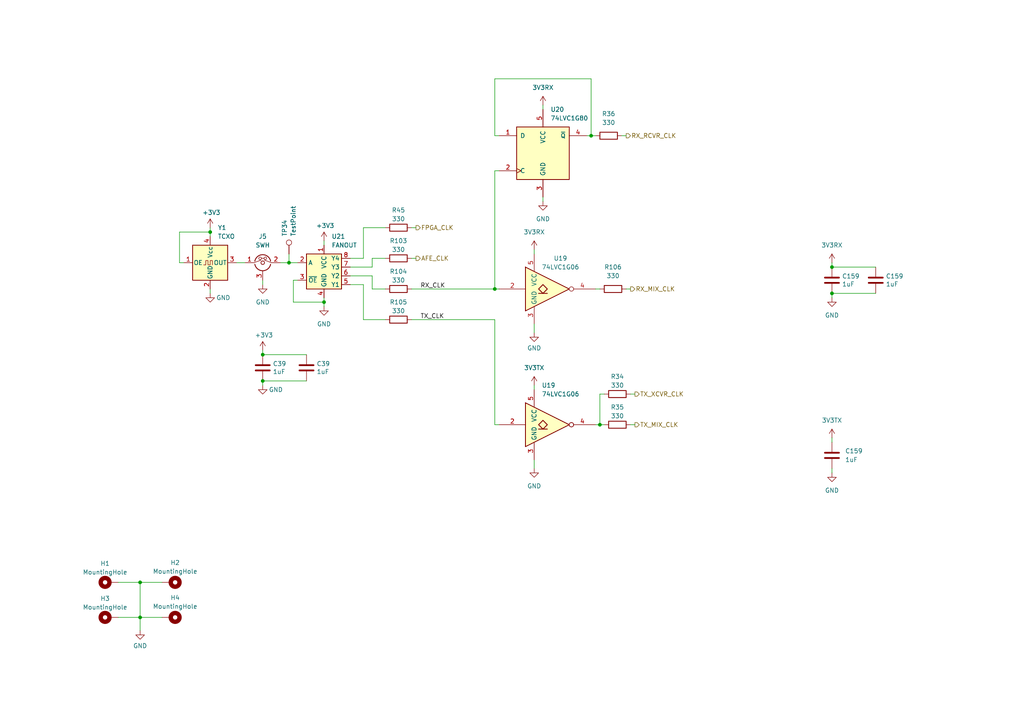
<source format=kicad_sch>
(kicad_sch (version 20230121) (generator eeschema)
  (paper "A4")
  (title_block (title "URTI Mainboard") (date "${DATE}") (rev "${VERSION}") (company "Copyright 2023 Great Scott Gadgets") (comment 1 "Licensed under the CERN-OHL-P v2"))
  (lib_symbols
    (symbol "74xGxx:74AUP1G80" (pin_names (offset 1.016))
      (property "Reference" "U" (at -2.54 5.08 0))
      (property "Value" "74AUP1G80" (at 0 -5.08 0))
      (symbol "74AUP1G80_0_1"
        (rectangle (start -7.62 7.62) (end 7.62 -7.62) (stroke (width 0.254)) (fill (type background)))
      )
      (symbol "74AUP1G80_1_1"
        (pin input line (at -12.7 5.08 0) (length 5.08) (name "D") (number "1"))
        (pin input clock (at -12.7 -5.08 0) (length 5.08) (name "C") (number "2"))
        (pin power_in line (at 0 -12.7 90) (length 5.08) (name "GND") (number "3"))
        (pin output line (at 12.7 5.08 180) (length 5.08) (name "~{Q}") (number "4"))
        (pin power_in line (at 0 12.7 270) (length 5.08) (name "VCC") (number "5"))
      )
    )
    (symbol "74xGxx:74LVC1G06"
      (property "Reference" "U" (at 0 7.62 0))
      (property "Value" "74LVC1G06" (at 2.54 -7.62 0))
      (symbol "74LVC1G06_0_1"
        (polyline (pts (xy -3.81 -1.27) (xy -1.27 -1.27)) (stroke (width 0.254)) (fill (type background)))
        (polyline (pts (xy -7.62 6.35) (xy -7.62 -6.35) (xy 5.08 0) (xy -7.62 6.35)) (stroke (width 0.254)) (fill (type background)))
        (polyline (pts (xy -2.54 1.27) (xy -3.81 0) (xy -2.54 -1.27) (xy -1.27 0) (xy -2.54 1.27)) (stroke (width 0.254)) (fill (type background)))
      )
      (symbol "74LVC1G06_1_1"
        (pin input line (at -15.24 0 0) (length 7.62) (name "~") (number "2"))
        (pin power_in line (at -5.08 -10.16 90) (length 5.08) (name "GND") (number "3"))
        (pin open_collector inverted (at 12.7 0 180) (length 7.62) (name "~") (number "4"))
        (pin power_in line (at -5.08 10.16 270) (length 5.08) (name "VCC") (number "5"))
      )
    )
    (symbol "Connector:TestPoint" (pin_numbers hide) (pin_names (offset 0.762) hide)
      (property "Reference" "TP" (at 0 6.858 0))
      (property "Value" "TestPoint" (at 0 5.08 0))
      (symbol "TestPoint_0_1"
        (circle (center 0 3.302) (radius 0.762))
      )
      (symbol "TestPoint_1_1"
        (pin passive line (at 0 0 90) (length 2.54) (name "1") (number "1"))
      )
    )
    (symbol "Device:C" (pin_numbers hide) (pin_names (offset 0.254))
      (property "Reference" "C" (at 0.635 2.54 0))
      (property "Value" "C" (at 0.635 -2.54 0))
      (symbol "C_0_1"
        (polyline (pts (xy -2.032 -0.762) (xy 2.032 -0.762)) (stroke (width 0.508)))
        (polyline (pts (xy -2.032 0.762) (xy 2.032 0.762)) (stroke (width 0.508)))
      )
      (symbol "C_1_1"
        (pin passive line (at 0 3.81 270) (length 2.794) (name "~") (number "1"))
        (pin passive line (at 0 -3.81 90) (length 2.794) (name "~") (number "2"))
      )
    )
    (symbol "Device:R" (pin_numbers hide) (pin_names (offset 0))
      (property "Reference" "R" (at 2.032 0 90))
      (property "Value" "R" (at 0 0 90))
      (symbol "R_0_1"
        (rectangle (start -1.016 -2.54) (end 1.016 2.54) (stroke (width 0.254)))
      )
      (symbol "R_1_1"
        (pin passive line (at 0 3.81 270) (length 1.27) (name "~") (number "1"))
        (pin passive line (at 0 -3.81 90) (length 1.27) (name "~") (number "2"))
      )
    )
    (symbol "GND_2" (power) (pin_names (offset 0))
      (property "Value" "GND_2" (at 0 -3.81 0))
      (symbol "GND_2_0_1"
        (polyline (pts (xy 0 0) (xy 0 -1.27) (xy 1.27 -1.27) (xy 0 -2.54) (xy -1.27 -1.27) (xy 0 -1.27)))
      )
      (symbol "GND_2_1_1"
        (pin power_in line (at 0 0 270) (length 0) hide (name "GND") (number "1"))
      )
    )
    (symbol "Mechanical:MountingHole_Pad" (pin_numbers hide) (pin_names (offset 1.016) hide)
      (property "Reference" "H" (at 0 6.35 0))
      (property "Value" "MountingHole_Pad" (at 0 4.445 0))
      (symbol "MountingHole_Pad_0_1"
        (circle (center 0 1.27) (radius 1.27) (stroke (width 1.27)))
      )
      (symbol "MountingHole_Pad_1_1"
        (pin input line (at 0 -2.54 90) (length 2.54) (name "1") (number "1"))
      )
    )
    (symbol "Oscillator:SG-210SCD" (pin_names (offset 0.254))
      (property "Reference" "X" (at -5.08 6.35 0))
      (property "Value" "SG-210SCD" (at 1.27 -6.35 0))
      (symbol "SG-210SCD_0_1"
        (rectangle (start -5.08 5.08) (end 5.08 -5.08) (stroke (width 0.254)) (fill (type background)))
        (polyline (pts (xy -1.905 -0.635) (xy -1.27 -0.635) (xy -1.27 0.635) (xy -0.635 0.635) (xy -0.635 -0.635) (xy 0 -0.635) (xy 0 0.635) (xy 0.635 0.635) (xy 0.635 -0.635)))
      )
      (symbol "SG-210SCD_1_1"
        (pin input line (at -7.62 0 0) (length 2.54) (name "OE") (number "1"))
        (pin power_in line (at 0 -7.62 90) (length 2.54) (name "GND") (number "2"))
        (pin output line (at 7.62 0 180) (length 2.54) (name "OUT") (number "3"))
        (pin power_in line (at 0 7.62 270) (length 2.54) (name "Vcc") (number "4"))
      )
    )
    (symbol "power:+3V3" (power) (pin_names (offset 0))
      (property "Value" "+3V3" (at 0 3.556 0))
      (symbol "+3V3_0_1"
        (polyline (pts (xy -0.762 1.27) (xy 0 2.54)))
        (polyline (pts (xy 0 0) (xy 0 2.54)))
        (polyline (pts (xy 0 2.54) (xy 0.762 1.27)))
      )
      (symbol "+3V3_1_1"
        (pin power_in line (at 0 0 90) (length 0) hide (name "+3V3") (number "1"))
      )
    )
    (symbol "power:GND" (power) (pin_names (offset 0))
      (property "Value" "GND" (at 0 -3.81 0))
      (symbol "GND_0_1"
        (polyline (pts (xy 0 0) (xy 0 -1.27) (xy 1.27 -1.27) (xy 0 -2.54) (xy -1.27 -1.27) (xy 0 -1.27)))
      )
      (symbol "GND_1_1"
        (pin power_in line (at 0 0 270) (length 0) hide (name "GND") (number "1"))
      )
    )
    (symbol "radio:Conn_Coaxial_MM8930-2620" (pin_names (offset 1.016) hide)
      (property "Reference" "J" (at 0 6.35 0))
      (property "Value" "Conn_Coaxial_MM8930-2620" (at 0 3.81 0))
      (symbol "Conn_Coaxial_MM8930-2620_0_1"
        (arc (start -2.286 -0.4572) (mid 0 -2.3239) (end 2.286 -0.4572) (stroke (width 0.254)))
        (circle (center -0.762 1.27) (radius 0.381))
        (polyline (pts (xy -2.54 0) (xy -0.508 0.762)))
        (polyline (pts (xy -0.3556 1.27) (xy 0.3556 1.27)))
        (polyline (pts (xy 0 -2.54) (xy 0 -2.3368)))
        (polyline (pts (xy 2.54 0) (xy 0.508 0.762)))
        (circle (center 0 0) (radius 0.508) (stroke (width 0.2032)))
        (circle (center 0.762 1.27) (radius 0.381))
        (arc (start 2.286 0.4572) (mid 0 2.3307) (end -2.286 0.4572) (stroke (width 0.254)))
      )
      (symbol "Conn_Coaxial_MM8930-2620_1_1"
        (pin passive line (at -5.08 0 0) (length 2.54) (name "C") (number "1"))
        (pin passive line (at 5.08 0 180) (length 2.54) (name "R") (number "2"))
        (pin passive line (at 0 -5.08 90) (length 2.54) (name "Ext") (number "3"))
      )
    )
    (symbol "support_hardware:3V3RX" (power) (pin_names (offset 0))
      (property "Value" "3V3RX" (at 0 3.81 0))
      (symbol "3V3RX_0_1"
        (polyline (pts (xy -0.762 1.27) (xy 0 2.54)))
        (polyline (pts (xy 0 0) (xy 0 2.54)))
        (polyline (pts (xy 0 2.54) (xy 0.762 1.27)))
      )
      (symbol "3V3RX_1_1"
        (pin power_in line (at 0 0 90) (length 0) hide (name "3V3RX") (number "1"))
      )
    )
    (symbol "support_hardware:3V3TX" (power) (pin_names (offset 0))
      (property "Value" "3V3TX" (at 0 3.81 0))
      (symbol "3V3TX_0_1"
        (polyline (pts (xy -0.762 1.27) (xy 0 2.54)))
        (polyline (pts (xy 0 0) (xy 0 2.54)))
        (polyline (pts (xy 0 2.54) (xy 0.762 1.27)))
      )
      (symbol "3V3TX_1_1"
        (pin power_in line (at 0 0 90) (length 0) hide (name "3V3TX") (number "1"))
      )
    )
    (symbol "support_hardware:74AVC9112"
      (property "Reference" "U" (at 0 0 0))
      (property "Value" "74AVC9112" (at 0 0 0))
      (symbol "74AVC9112_0_0"
        (pin power_in line (at 0 7.62 270) (length 2.54) (name "VCC") (number "1"))
        (pin input line (at -7.62 2.54 0) (length 2.54) (name "A") (number "2"))
        (pin input line (at -7.62 -2.54 0) (length 2.54) (name "~{OE}") (number "3"))
        (pin power_in line (at 0 -7.62 90) (length 2.54) (name "GND") (number "4"))
        (pin output line (at 7.62 -3.81 180) (length 2.54) (name "Y1") (number "5"))
        (pin output line (at 7.62 -1.27 180) (length 2.54) (name "Y2") (number "6"))
        (pin output line (at 7.62 1.27 180) (length 2.54) (name "Y3") (number "7"))
        (pin output line (at 7.62 3.81 180) (length 2.54) (name "Y4") (number "8"))
      )
      (symbol "74AVC9112_1_1"
        (rectangle (start -5.08 5.08) (end 5.08 -5.08) (stroke (width 0.254)) (fill (type background)))
      )
    )
  )
  (junction (at 241.3 77.47))
  (junction (at 60.96 67.31))
  (junction (at 173.99 123.19))
  (junction (at 40.64 168.91))
  (junction (at 83.82 76.2))
  (junction (at 76.2 110.49))
  (junction (at 143.51 83.82))
  (junction (at 93.98 87.63))
  (junction (at 171.45 39.37))
  (junction (at 76.2 102.87))
  (junction (at 40.64 179.07))
  (junction (at 241.3 85.09))
  (wire (pts (xy 171.45 22.86) (xy 171.45 39.37)))
  (wire (pts (xy 93.98 69.85) (xy 93.98 71.12)))
  (wire (pts (xy 53.34 76.2) (xy 52.07 76.2)))
  (wire (pts (xy 76.2 81.28) (xy 76.2 82.55)))
  (wire (pts (xy 143.51 22.86) (xy 171.45 22.86)))
  (wire (pts (xy 173.99 114.3) (xy 175.26 114.3)))
  (wire (pts (xy 143.51 123.19) (xy 144.78 123.19)))
  (wire (pts (xy 101.6 77.47) (xy 107.95 77.47)))
  (wire (pts (xy 101.6 82.55) (xy 105.41 82.55)))
  (wire (pts (xy 93.98 87.63) (xy 93.98 88.9)))
  (wire (pts (xy 241.3 127) (xy 241.3 128.27)))
  (wire (pts (xy 83.82 73.66) (xy 83.82 76.2)))
  (wire (pts (xy 101.6 74.93) (xy 105.41 74.93)))
  (wire (pts (xy 93.98 87.63) (xy 93.98 86.36)))
  (wire (pts (xy 241.3 135.89) (xy 241.3 137.16)))
  (wire (pts (xy 60.96 67.31) (xy 60.96 68.58)))
  (wire (pts (xy 101.6 80.01) (xy 107.95 80.01)))
  (wire (pts (xy 143.51 49.53) (xy 144.78 49.53)))
  (wire (pts (xy 154.94 93.98) (xy 154.94 96.52)))
  (wire (pts (xy 143.51 92.71) (xy 119.38 92.71)))
  (wire (pts (xy 40.64 179.07) (xy 34.29 179.07)))
  (wire (pts (xy 119.38 66.04) (xy 120.65 66.04)))
  (wire (pts (xy 40.64 182.88) (xy 40.64 179.07)))
  (wire (pts (xy 241.3 77.47) (xy 254 77.47)))
  (wire (pts (xy 76.2 102.87) (xy 88.9 102.87)))
  (wire (pts (xy 85.09 81.28) (xy 85.09 87.63)))
  (wire (pts (xy 143.51 123.19) (xy 143.51 92.71)))
  (wire (pts (xy 68.58 76.2) (xy 71.12 76.2)))
  (wire (pts (xy 105.41 66.04) (xy 111.76 66.04)))
  (wire (pts (xy 180.34 39.37) (xy 181.61 39.37)))
  (wire (pts (xy 181.61 83.82) (xy 182.88 83.82)))
  (wire (pts (xy 171.45 39.37) (xy 172.72 39.37)))
  (wire (pts (xy 154.94 133.35) (xy 154.94 135.89)))
  (wire (pts (xy 60.96 66.04) (xy 60.96 67.31)))
  (wire (pts (xy 85.09 87.63) (xy 93.98 87.63)))
  (wire (pts (xy 172.72 83.82) (xy 173.99 83.82)))
  (wire (pts (xy 76.2 110.49) (xy 76.2 111.76)))
  (wire (pts (xy 83.82 76.2) (xy 86.36 76.2)))
  (wire (pts (xy 52.07 76.2) (xy 52.07 67.31)))
  (wire (pts (xy 143.51 83.82) (xy 144.78 83.82)))
  (wire (pts (xy 105.41 82.55) (xy 105.41 92.71)))
  (wire (pts (xy 184.15 114.3) (xy 182.88 114.3)))
  (wire (pts (xy 107.95 80.01) (xy 107.95 83.82)))
  (wire (pts (xy 143.51 83.82) (xy 143.51 49.53)))
  (wire (pts (xy 105.41 92.71) (xy 111.76 92.71)))
  (wire (pts (xy 81.28 76.2) (xy 83.82 76.2)))
  (wire (pts (xy 119.38 74.93) (xy 120.65 74.93)))
  (wire (pts (xy 40.64 179.07) (xy 46.99 179.07)))
  (wire (pts (xy 173.99 123.19) (xy 175.26 123.19)))
  (wire (pts (xy 143.51 39.37) (xy 143.51 22.86)))
  (wire (pts (xy 157.48 57.15) (xy 157.48 58.42)))
  (wire (pts (xy 173.99 114.3) (xy 173.99 123.19)))
  (wire (pts (xy 76.2 110.49) (xy 88.9 110.49)))
  (wire (pts (xy 171.45 39.37) (xy 170.18 39.37)))
  (wire (pts (xy 34.29 168.91) (xy 40.64 168.91)))
  (wire (pts (xy 40.64 168.91) (xy 46.99 168.91)))
  (wire (pts (xy 184.15 123.19) (xy 182.88 123.19)))
  (wire (pts (xy 154.94 111.76) (xy 154.94 113.03)))
  (wire (pts (xy 241.3 85.09) (xy 241.3 86.36)))
  (wire (pts (xy 86.36 81.28) (xy 85.09 81.28)))
  (wire (pts (xy 241.3 76.2) (xy 241.3 77.47)))
  (wire (pts (xy 157.48 30.48) (xy 157.48 31.75)))
  (wire (pts (xy 172.72 123.19) (xy 173.99 123.19)))
  (wire (pts (xy 119.38 83.82) (xy 143.51 83.82)))
  (wire (pts (xy 76.2 101.6) (xy 76.2 102.87)))
  (wire (pts (xy 105.41 74.93) (xy 105.41 66.04)))
  (wire (pts (xy 144.78 39.37) (xy 143.51 39.37)))
  (wire (pts (xy 52.07 67.31) (xy 60.96 67.31)))
  (wire (pts (xy 107.95 74.93) (xy 111.76 74.93)))
  (wire (pts (xy 107.95 83.82) (xy 111.76 83.82)))
  (wire (pts (xy 40.64 168.91) (xy 40.64 179.07)))
  (wire (pts (xy 60.96 85.09) (xy 60.96 83.82)))
  (wire (pts (xy 241.3 85.09) (xy 254 85.09)))
  (wire (pts (xy 107.95 77.47) (xy 107.95 74.93)))
  (wire (pts (xy 154.94 72.39) (xy 154.94 73.66)))
  (label "RX_CLK" (at 121.92 83.82 0))
  (label "TX_CLK" (at 121.92 92.71 0))
  (hierarchical_label "TX_XCVR_CLK" (shape output) (at 184.15 114.3 0))
  (hierarchical_label "RX_MIX_CLK" (shape output) (at 182.88 83.82 0))
  (hierarchical_label "RX_RCVR_CLK" (shape output) (at 181.61 39.37 0))
  (hierarchical_label "AFE_CLK" (shape output) (at 120.65 74.93 0))
  (hierarchical_label "FPGA_CLK" (shape output) (at 120.65 66.04 0))
  (hierarchical_label "TX_MIX_CLK" (shape output) (at 184.15 123.19 0))
  (symbol (lib_id "Device:R") (at 115.57 92.71 90) (unit 1)
    (property "Reference" "R105" (at 115.57 87.63 90))
    (property "Value" "330" (at 115.57 90.17 90))
    (property "Footprint" "Resistor_SMD:R_0402_1005Metric" (effects hide))
    (property "Part Number" "RC0402FR-13330RL" (effects hide))
    (property "Substitution" "any equivalent" (effects hide))
    (property "Description" "RES 330 OHM 1% 1/16W 0402" (effects hide))
    (property "Manufacturer" "Yageo" (effects hide))
  )
  (symbol (lib_id "support_hardware:74AVC9112") (at 93.98 78.74 0) (unit 1)
    (property "Reference" "U21" (at 96.1741 68.58 0) (effects (justify left)))
    (property "Value" "FANOUT" (at 96.1741 71.12 0) (effects (justify left)))
    (property "Footprint" "mainboard:Nexperia_XSON-8_1.95x1mm_P0.5mm" (effects hide))
    (property "Datasheet" "https://assets.nexperia.com/documents/data-sheet/74AVC9112.pdf" (effects hide))
    (property "Manufacturer" "Nexperia" (effects hide))
    (property "Description" "IC CLK BUFFER 1:4 8XSON" (effects hide))
    (property "Part Number" "74AVC9112GTX" (effects hide))
  )
  (symbol (lib_name "GND_2") (lib_id "power:GND") (at 157.48 58.42 0) (unit 1)
    (property "Reference" "#PWR0194" (effects hide))
    (property "Value" "GND" (at 157.48 63.5 0))
    (instances (project "mainboard" (path "" (reference "#PWR0194") (unit 1)) (path "" (reference "#PWR0193") (unit 1)) (path "" (reference "#PWR0294") (unit 1)) (path "" (reference "#PWR0145") (unit 1))))
  )
  (symbol (lib_id "Device:C") (at 88.9 106.68 0) (unit 1)
    (property "Reference" "C39" (at 91.821 105.5116 0) (effects (justify left)))
    (property "Value" "1uF" (at 91.821 107.823 0) (effects (justify left)))
    (property "Footprint" "Capacitor_SMD:C_0402_1005Metric" (effects hide))
    (property "Part Number" "CL05A105KP5NNNC" (effects hide))
    (property "Substitution" "any equivalent" (effects hide))
    (property "Description" "CAP CER 1UF 10V X5R 0402" (effects hide))
    (property "Manufacturer" "Samsung" (effects hide))
    (instances (project "mainboard" (path "" (reference "C39") (unit 1)) (path "" (reference "C158") (unit 1))))
  )
  (symbol (lib_id "Device:C") (at 241.3 81.28 0) (unit 1)
    (property "Reference" "C159" (at 244.221 80.1116 0) (effects (justify left)))
    (property "Value" "1uF" (at 244.221 82.423 0) (effects (justify left)))
    (property "Footprint" "Capacitor_SMD:C_0402_1005Metric" (effects hide))
    (property "Part Number" "CL05A105KP5NNNC" (effects hide))
    (property "Substitution" "any equivalent" (effects hide))
    (property "Description" "CAP CER 1UF 10V X5R 0402" (effects hide))
    (property "Manufacturer" "Samsung" (effects hide))
    (instances (project "mainboard" (path "" (reference "C159") (unit 1)) (path "" (reference "C160") (unit 1)) (path "" (reference "C160") (unit 1)) (path "" (reference "C162") (unit 1))))
  )
  (symbol (lib_id "Mechanical:MountingHole_Pad") (at 31.75 179.07 90) (unit 1) (in_bom no)
    (property "Reference" "H3" (at 30.48 173.5922 90))
    (property "Value" "MountingHole" (at 30.48 176.1291 90))
    (property "Footprint" "MountingHole:MountingHole_2.2mm_M2_Pad_Via" (effects hide))
  )
  (symbol (lib_id "Device:C") (at 241.3 132.08 0) (unit 1)
    (property "Reference" "C159" (at 245.11 130.81 0) (effects (justify left)))
    (property "Value" "1uF" (at 245.11 133.35 0) (effects (justify left)))
    (property "Footprint" "Capacitor_SMD:C_0402_1005Metric" (effects hide))
    (property "Part Number" "CL05A105KP5NNNC" (effects hide))
    (property "Substitution" "any equivalent" (effects hide))
    (property "Description" "CAP CER 1UF 10V X5R 0402" (effects hide))
    (property "Manufacturer" "Samsung" (effects hide))
    (instances (project "mainboard" (path "" (reference "C159") (unit 1)) (path "" (reference "C62") (unit 1)) (path "" (reference "C160") (unit 1))))
  )
  (symbol (lib_id "power:+3V3") (at 60.96 66.04 0) (unit 1)
    (property "Reference" "#PWR0170" (effects hide))
    (property "Value" "+3V3" (at 61.3156 61.6458 0))
  )
  (symbol (lib_id "power:GND") (at 241.3 86.36 0) (unit 1)
    (property "Reference" "#PWR0286" (effects hide))
    (property "Value" "GND" (at 241.3 91.44 0))
    (instances (project "mainboard" (path "" (reference "#PWR0286") (unit 1)) (path "" (reference "#PWR0284") (unit 1)) (path "" (reference "#PWR0288") (unit 1)) (path "" (reference "#PWR0296") (unit 1))))
  )
  (symbol (lib_id "power:GND") (at 154.94 135.89 0) (mirror y) (unit 1)
    (property "Reference" "#PWR0271" (effects hide))
    (property "Value" "GND" (at 154.94 140.97 0))
    (instances (project "mainboard" (path "" (reference "#PWR0271") (unit 1)) (path "" (reference "#PWR0286") (unit 1)) (path "" (reference "#PWR0135") (unit 1))))
  )
  (symbol (lib_id "74xGxx:74AUP1G80") (at 157.48 44.45 0) (unit 1)
    (property "Reference" "U20" (at 159.6741 31.75 0) (effects (justify left)))
    (property "Value" "74LVC1G80" (at 159.6741 34.29 0) (effects (justify left)))
    (property "Footprint" "Package_TO_SOT_SMD:SOT-353_SC-70-5" (effects hide))
    (property "Datasheet" "http://www.ti.com/lit/sg/scyt129e/scyt129e.pdf" (effects hide))
    (property "Description" "IC FF D-TYPE SNGL 1BIT SC70-5" (effects hide))
    (property "Manufacturer" "Texas Instruments" (effects hide))
    (property "Part Number" "SN74LVC1G80DCKR" (effects hide))
  )
  (symbol (lib_id "power:GND") (at 154.94 96.52 0) (mirror y) (unit 1)
    (property "Reference" "#PWR0271" (effects hide))
    (property "Value" "GND" (at 154.94 100.9634 0))
    (instances (project "mainboard" (path "" (reference "#PWR0271") (unit 1)) (path "" (reference "#PWR0286") (unit 1)) (path "" (reference "#PWR0289") (unit 1)) (path "" (reference "#PWR0143") (unit 1))))
  )
  (symbol (lib_id "power:GND") (at 40.64 182.88 0) (unit 1)
    (property "Reference" "#PWR0174" (effects hide))
    (property "Value" "GND" (at 40.64 187.3234 0))
  )
  (symbol (lib_id "support_hardware:3V3RX") (at 241.3 76.2 0) (unit 1)
    (property "Reference" "#PWR0295" (effects hide))
    (property "Value" "3V3RX" (at 241.3 71.12 0))
    (instances (project "mainboard" (path "" (reference "#PWR0295") (unit 1)) (path "" (reference "#PWR0285") (unit 1))))
  )
  (symbol (lib_id "power:GND") (at 241.3 137.16 0) (unit 1)
    (property "Reference" "#PWR0137" (effects hide))
    (property "Value" "GND" (at 241.3 142.24 0))
    (instances (project "mainboard" (path "" (reference "#PWR0137") (unit 1)) (path "" (reference "#PWR0284") (unit 1)) (path "" (reference "#PWR0288") (unit 1))))
  )
  (symbol (lib_id "Device:C") (at 254 81.28 0) (unit 1)
    (property "Reference" "C159" (at 256.921 80.1116 0) (effects (justify left)))
    (property "Value" "1uF" (at 256.921 82.423 0) (effects (justify left)))
    (property "Footprint" "Capacitor_SMD:C_0402_1005Metric" (effects hide))
    (property "Part Number" "CL05A105KP5NNNC" (effects hide))
    (property "Substitution" "any equivalent" (effects hide))
    (property "Description" "CAP CER 1UF 10V X5R 0402" (effects hide))
    (property "Manufacturer" "Samsung" (effects hide))
    (instances (project "mainboard" (path "" (reference "C159") (unit 1)) (path "" (reference "C161") (unit 1)) (path "" (reference "C160") (unit 1)) (path "" (reference "C161") (unit 1))))
  )
  (symbol (lib_id "support_hardware:3V3TX") (at 154.94 111.76 0) (unit 1)
    (property "Reference" "#PWR0285" (effects hide))
    (property "Value" "3V3TX" (at 154.94 106.68 0))
    (instances (project "mainboard" (path "" (reference "#PWR0285") (unit 1)) (path "" (reference "#PWR0134") (unit 1))))
  )
  (symbol (lib_id "Device:R") (at 115.57 66.04 90) (unit 1)
    (property "Reference" "R45" (at 115.57 60.96 90))
    (property "Value" "330" (at 115.57 63.5 90))
    (property "Footprint" "Resistor_SMD:R_0402_1005Metric" (effects hide))
    (property "Part Number" "RC0402FR-13330RL" (effects hide))
    (property "Substitution" "any equivalent" (effects hide))
    (property "Description" "RES 330 OHM 1% 1/16W 0402" (effects hide))
    (property "Manufacturer" "Yageo" (effects hide))
  )
  (symbol (lib_id "Device:R") (at 176.53 39.37 270) (unit 1)
    (property "Reference" "R36" (at 176.53 33.02 90))
    (property "Value" "330" (at 176.53 35.56 90))
    (property "Footprint" "Resistor_SMD:R_0402_1005Metric" (effects hide))
    (property "Part Number" "RC0402FR-13330RL" (effects hide))
    (property "Substitution" "any equivalent" (effects hide))
    (property "Description" "RES 330 OHM 1% 1/16W 0402" (effects hide))
    (property "Manufacturer" "Yageo" (effects hide))
    (instances (project "mainboard" (path "" (reference "R36") (unit 1)) (path "" (reference "R106") (unit 1)) (path "" (reference "R108") (unit 1))))
  )
  (symbol (lib_id "Device:R") (at 115.57 83.82 90) (unit 1)
    (property "Reference" "R104" (at 115.57 78.74 90))
    (property "Value" "330" (at 115.57 81.28 90))
    (property "Footprint" "Resistor_SMD:R_0402_1005Metric" (effects hide))
    (property "Part Number" "RC0402FR-13330RL" (effects hide))
    (property "Substitution" "any equivalent" (effects hide))
    (property "Description" "RES 330 OHM 1% 1/16W 0402" (effects hide))
    (property "Manufacturer" "Yageo" (effects hide))
  )
  (symbol (lib_id "Mechanical:MountingHole_Pad") (at 49.53 168.91 270) (unit 1) (in_bom no)
    (property "Reference" "H2" (at 50.8 163.1981 90))
    (property "Value" "MountingHole" (at 50.8 165.735 90))
    (property "Footprint" "MountingHole:MountingHole_2.2mm_M2_Pad_Via" (effects hide))
  )
  (symbol (lib_id "power:GND") (at 93.98 88.9 0) (unit 1)
    (property "Reference" "#PWR042" (effects hide))
    (property "Value" "GND" (at 93.98 93.98 0))
  )
  (symbol (lib_id "support_hardware:3V3RX") (at 154.94 72.39 0) (unit 1)
    (property "Reference" "#PWR0292" (effects hide))
    (property "Value" "3V3RX" (at 154.94 67.31 0))
    (instances (project "mainboard" (path "" (reference "#PWR0292") (unit 1)) (path "" (reference "#PWR0141") (unit 1))))
  )
  (symbol (lib_id "Connector:TestPoint") (at 83.82 73.66 0) (unit 1) (in_bom no)
    (property "Reference" "TP34" (at 82.55 68.58 90) (effects (justify left)))
    (property "Value" "TestPoint" (at 85.09 68.58 90) (effects (justify left)))
    (property "Footprint" "TestPoint:TestPoint_Pad_D1.0mm" (effects hide))
  )
  (symbol (lib_id "Device:C") (at 76.2 106.68 0) (unit 1)
    (property "Reference" "C39" (at 79.121 105.5116 0) (effects (justify left)))
    (property "Value" "1uF" (at 79.121 107.823 0) (effects (justify left)))
    (property "Footprint" "Capacitor_SMD:C_0402_1005Metric" (effects hide))
    (property "Part Number" "CL05A105KP5NNNC" (effects hide))
    (property "Substitution" "any equivalent" (effects hide))
    (property "Description" "CAP CER 1UF 10V X5R 0402" (effects hide))
    (property "Manufacturer" "Samsung" (effects hide))
    (instances (project "mainboard" (path "" (reference "C39") (unit 1)) (path "" (reference "C56") (unit 1))))
  )
  (symbol (lib_id "power:+3V3") (at 93.98 69.85 0) (unit 1)
    (property "Reference" "#PWR0213" (effects hide))
    (property "Value" "+3V3" (at 94.3356 65.4558 0))
  )
  (symbol (lib_id "Device:R") (at 179.07 123.19 90) (unit 1)
    (property "Reference" "R35" (at 179.07 118.11 90))
    (property "Value" "330" (at 179.07 120.65 90))
    (property "Footprint" "Resistor_SMD:R_0402_1005Metric" (effects hide))
    (property "Part Number" "RC0402FR-13330RL" (effects hide))
    (property "Substitution" "any equivalent" (effects hide))
    (property "Description" "RES 330 OHM 1% 1/16W 0402" (effects hide))
    (property "Manufacturer" "Yageo" (effects hide))
    (instances (project "mainboard" (path "" (reference "R35") (unit 1)) (path "" (reference "R107") (unit 1))))
  )
  (symbol (lib_id "power:GND") (at 60.96 85.09 0) (unit 1)
    (property "Reference" "#PWR0173" (effects hide))
    (property "Value" "GND" (at 64.77 86.36 0))
  )
  (symbol (lib_id "Mechanical:MountingHole_Pad") (at 31.75 168.91 90) (unit 1) (in_bom no)
    (property "Reference" "H1" (at 30.48 163.4322 90))
    (property "Value" "MountingHole" (at 30.48 165.9691 90))
    (property "Footprint" "MountingHole:MountingHole_2.2mm_M2_Pad_Via" (effects hide))
  )
  (symbol (lib_id "Device:R") (at 179.07 114.3 90) (unit 1)
    (property "Reference" "R34" (at 179.07 109.22 90))
    (property "Value" "330" (at 179.07 111.76 90))
    (property "Footprint" "Resistor_SMD:R_0402_1005Metric" (effects hide))
    (property "Part Number" "RC0402FR-13330RL" (effects hide))
    (property "Substitution" "any equivalent" (effects hide))
    (property "Description" "RES 330 OHM 1% 1/16W 0402" (effects hide))
    (property "Manufacturer" "Yageo" (effects hide))
    (instances (project "mainboard" (path "" (reference "R34") (unit 1)) (path "" (reference "R106") (unit 1))))
  )
  (symbol (lib_id "Device:R") (at 115.57 74.93 90) (unit 1)
    (property "Reference" "R103" (at 115.57 69.85 90))
    (property "Value" "330" (at 115.57 72.39 90))
    (property "Footprint" "Resistor_SMD:R_0402_1005Metric" (effects hide))
    (property "Part Number" "RC0402FR-13330RL" (effects hide))
    (property "Substitution" "any equivalent" (effects hide))
    (property "Description" "RES 330 OHM 1% 1/16W 0402" (effects hide))
    (property "Manufacturer" "Yageo" (effects hide))
  )
  (symbol (lib_id "74xGxx:74LVC1G06") (at 160.02 123.19 0) (unit 1)
    (property "Reference" "U19" (at 157.1341 111.76 0) (effects (justify left)))
    (property "Value" "74LVC1G06" (at 157.1341 114.3 0) (effects (justify left)))
    (property "Footprint" "Package_TO_SOT_SMD:SOT-353_SC-70-5" (effects hide))
    (property "Datasheet" "https://assets.nexperia.com/documents/data-sheet/74LVC1G06.pdf" (effects hide))
    (property "Description" "IC INVERTER 1CH 1-INP 5TSSOP" (effects hide))
    (property "Manufacturer" "Nexperia" (effects hide))
    (property "Part Number" "74LVC1G06GW,125" (effects hide))
    (instances (project "mainboard" (path "" (reference "U19") (unit 1)) (path "" (reference "U22") (unit 1)) (path "" (reference "U22") (unit 1))))
  )
  (symbol (lib_id "radio:Conn_Coaxial_MM8930-2620") (at 76.2 76.2 0) (unit 1)
    (property "Reference" "J5" (at 76.2 68.58 0))
    (property "Value" "SWH" (at 76.2 71.12 0))
    (property "Footprint" "mainboard:Murata_SWH_MM8930-26xx" (effects hide))
    (property "Datasheet" "https://www.murata.com/-/media/webrenewal/support/library/catalog/products/connector/o30e.ashx" (effects hide))
    (property "Description" "COAX CONN TWO-WAY" (effects hide))
    (property "Manufacturer" "Murata" (effects hide))
    (property "Part Number" "MM8930-2620RJ4" (effects hide))
    (property "Substitution" "MM8930-2620RK15" (effects hide))
    (instances (project "mainboard" (path "" (reference "J5") (unit 1)) (path "" (reference "J12") (unit 1))))
  )
  (symbol (lib_id "power:GND") (at 76.2 111.76 0) (unit 1)
    (property "Reference" "#PWR0172" (effects hide))
    (property "Value" "GND" (at 80.01 113.03 0))
  )
  (symbol (lib_id "power:GND") (at 76.2 82.55 0) (unit 1)
    (property "Reference" "#PWR023" (effects hide))
    (property "Value" "GND" (at 76.2 87.63 0))
    (instances (project "ununs" (path "" (reference "#PWR023") (unit 1))) (project "mainboard" (path "" (reference "#PWR0158") (unit 1)) (path "" (reference "#PWR0303") (unit 1)) (path "" (reference "#PWR0304") (unit 1))))
  )
  (symbol (lib_id "Oscillator:SG-210SCD") (at 60.96 76.2 0) (unit 1)
    (property "Reference" "Y1" (at 63.1541 66.04 0) (effects (justify left)))
    (property "Value" "TCXO" (at 63.1541 68.58 0) (effects (justify left)))
    (property "Footprint" "Oscillator:Oscillator_SMD_Kyocera_KC2520Z-4Pin_2.5x2.0mm" (effects hide))
    (property "Datasheet" "https://www.raltron.com/webproducts/specs/TCXO/RTXE-2520ED333-C-40.000-TR.pdf" (effects hide))
    (property "Description" "XTAL OSC TCXO 40MHZ 3.3V HCMOS" (effects hide))
    (property "Manufacturer" "Raltron" (effects hide))
    (property "Part Number" "RTXE-2520ED333-C-40.000-TR" (effects hide))
  )
  (symbol (lib_id "support_hardware:3V3TX") (at 241.3 127 0) (unit 1)
    (property "Reference" "#PWR0293" (effects hide))
    (property "Value" "3V3TX" (at 241.3 121.92 0))
    (instances (project "mainboard" (path "" (reference "#PWR0293") (unit 1)) (path "" (reference "#PWR0136") (unit 1))))
  )
  (symbol (lib_id "74xGxx:74LVC1G06") (at 160.02 83.82 0) (unit 1)
    (property "Reference" "U19" (at 162.56 74.93 0))
    (property "Value" "74LVC1G06" (at 162.56 77.47 0))
    (property "Footprint" "Package_TO_SOT_SMD:SOT-353_SC-70-5" (effects hide))
    (property "Datasheet" "https://assets.nexperia.com/documents/data-sheet/74LVC1G06.pdf" (effects hide))
    (property "Description" "IC INVERTER 1CH 1-INP 5TSSOP" (effects hide))
    (property "Manufacturer" "Nexperia" (effects hide))
    (property "Part Number" "74LVC1G06GW,125" (effects hide))
    (instances (project "mainboard" (path "" (reference "U19") (unit 1)) (path "" (reference "U22") (unit 1)) (path "" (reference "U23") (unit 1)) (path "" (reference "U23") (unit 1))))
  )
  (symbol (lib_id "Device:R") (at 177.8 83.82 90) (unit 1)
    (property "Reference" "R106" (at 177.8 77.47 90))
    (property "Value" "330" (at 177.8 80.01 90))
    (property "Footprint" "Resistor_SMD:R_0402_1005Metric" (effects hide))
    (property "Part Number" "RC0402FR-13330RL" (effects hide))
    (property "Substitution" "any equivalent" (effects hide))
    (property "Description" "RES 330 OHM 1% 1/16W 0402" (effects hide))
    (property "Manufacturer" "Yageo" (effects hide))
    (instances (project "mainboard" (path "" (reference "R106") (unit 1)) (path "" (reference "R107") (unit 1)) (path "" (reference "R109") (unit 1))))
  )
  (symbol (lib_id "support_hardware:3V3RX") (at 157.48 30.48 0) (unit 1)
    (property "Reference" "#PWR0290" (effects hide))
    (property "Value" "3V3RX" (at 157.48 25.4 0))
    (instances (project "mainboard" (path "" (reference "#PWR0290") (unit 1)) (path "" (reference "#PWR0144") (unit 1))))
  )
  (symbol (lib_id "Mechanical:MountingHole_Pad") (at 49.53 179.07 270) (unit 1) (in_bom no)
    (property "Reference" "H4" (at 50.8 173.3581 90))
    (property "Value" "MountingHole" (at 50.8 175.895 90))
    (property "Footprint" "MountingHole:MountingHole_2.2mm_M2_Pad_Via" (effects hide))
  )
  (symbol (lib_id "power:+3V3") (at 76.2 101.6 0) (unit 1)
    (property "Reference" "#PWR0171" (effects hide))
    (property "Value" "+3V3" (at 76.5556 97.2058 0))
  )
)
</source>
